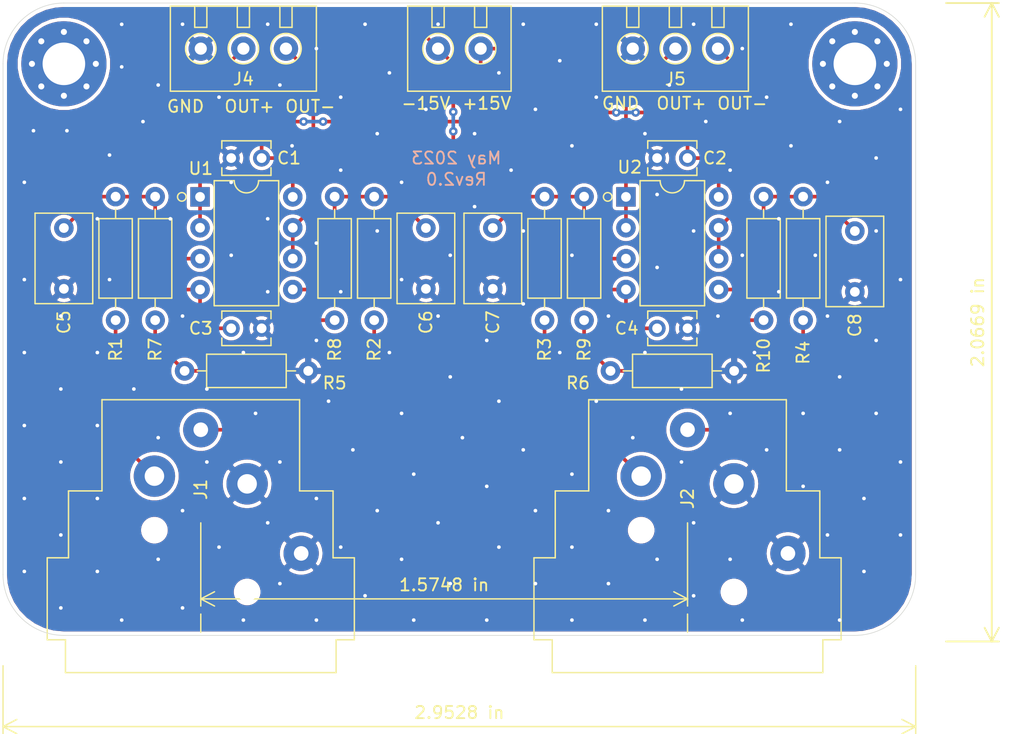
<source format=kicad_pcb>
(kicad_pcb (version 20171130) (host pcbnew "(5.1.6-0)")
  (layers (0 F.Cu signal) (31 B.Cu signal) (34 B.Paste user) (35 F.Paste user) (36 B.SilkS user) (37 F.SilkS user) (38 B.Mask user) (39 F.Mask user) (44 Edge.Cuts user))
  (net 0 "")
  (net 1 GND)
  (net 2 +15V)
  (net 3 -15V)
  (net 4 "Net-(C5-Pad1)")
  (net 5 "Net-(C6-Pad2)")
  (net 6 "Net-(C7-Pad1)")
  (net 7 "Net-(C8-Pad2)")
  (net 8 "Net-(J4-Pad2)")
  (net 9 "Net-(J5-Pad2)")
  (net 10 "Net-(R5-Pad1)")
  (net 11 "Net-(R10-Pad1)")
  (net 12 "Net-(J4-Pad1)")
  (net 13 "Net-(J5-Pad1)")
  (net 14 "Net-(J1-Pad3)")
  (net 15 "Net-(J1-Pad2)")
  (net 16 "Net-(J2-Pad3)")
  (net 17 "Net-(J2-Pad2)")
  (module "local_footprint_lib:TerminalBlock_ Amphenol_01_02_P3.50mm" (layer F.Cu) (at 122.5 106.25 180)
    (fp_text reference J3)
    (fp_text value POWER)
    (pad 2 thru_hole circle (at 1.75 0 180) (size 2 2) (drill 1) (layers *.Cu *.Mask) (net 3 -15V))
    (pad 1 thru_hole circle (at -1.75 0 180) (size 2 2) (drill 1) (layers *.Cu *.Mask) (net 2 +15V))
  )
  (module local_footprint_lib:DIP-8_W7.62mm_centered (layer F.Cu) (at 140 122.25)
    (fp_text reference U2 (at -3.5 -6.25) (layer F.SilkS))
    (fp_text value LM4562)
    (pad 8 thru_hole oval (at 3.81 -3.81) (size 1.6 1.6) (drill 0.8) (layers *.Cu *.Mask) (net 2 +15V))
    (pad 4 thru_hole oval (at -3.81 3.81) (size 1.6 1.6) (drill 0.8) (layers *.Cu *.Mask) (net 3 -15V))
    (pad 7 thru_hole oval (at 3.81 -1.27) (size 1.6 1.6) (drill 0.8) (layers *.Cu *.Mask) (net 13 "Net-(J5-Pad1)"))
    (pad 3 thru_hole oval (at -3.81 1.27) (size 1.6 1.6) (drill 0.8) (layers *.Cu *.Mask) (net 6 "Net-(C7-Pad1)"))
    (pad 6 thru_hole oval (at 3.81 1.27) (size 1.6 1.6) (drill 0.8) (layers *.Cu *.Mask) (net 13 "Net-(J5-Pad1)"))
    (pad 2 thru_hole oval (at -3.81 -1.27) (size 1.6 1.6) (drill 0.8) (layers *.Cu *.Mask) (net 9 "Net-(J5-Pad2)"))
    (pad 5 thru_hole oval (at 3.81 3.81) (size 1.6 1.6) (drill 0.8) (layers *.Cu *.Mask) (net 7 "Net-(C8-Pad2)"))
    (pad 1 thru_hole rect (at -3.81 -3.81) (size 1.6 1.6) (drill 0.8) (layers *.Cu *.Mask) (net 9 "Net-(J5-Pad2)"))
  )
  (module Capacitor_THT:C_Rect_L7.2mm_W4.5mm_P5.00mm_FKS2_FKP2_MKS2_MKP2 (layer F.Cu) (at 155 126.25 90)
    (fp_text reference C8 (at -2.75 0 90) (layer F.SilkS))
    (fp_text value 220p)
    (pad 2 thru_hole circle (at 5 0 90) (size 1.6 1.6) (drill 0.8) (layers *.Cu *.Mask) (net 7 "Net-(C8-Pad2)"))
    (pad 1 thru_hole circle (at 0 0 90) (size 1.6 1.6) (drill 0.8) (layers *.Cu *.Mask) (net 1 GND))
  )
  (module Capacitor_THT:C_Rect_L7.2mm_W4.5mm_P5.00mm_FKS2_FKP2_MKS2_MKP2 (layer F.Cu) (at 125.25 121 270)
    (fp_text reference C7 (at 7.75 0 90) (layer F.SilkS))
    (fp_text value 220p)
    (pad 2 thru_hole circle (at 5 0 270) (size 1.6 1.6) (drill 0.8) (layers *.Cu *.Mask) (net 1 GND))
    (pad 1 thru_hole circle (at 0 0 270) (size 1.6 1.6) (drill 0.8) (layers *.Cu *.Mask) (net 6 "Net-(C7-Pad1)"))
  )
  (module Capacitor_THT:C_Rect_L7.2mm_W4.5mm_P5.00mm_FKS2_FKP2_MKS2_MKP2 (layer F.Cu) (at 119.75 126 90)
    (fp_text reference C6 (at -2.75 0 90) (layer F.SilkS))
    (fp_text value 220p)
    (pad 2 thru_hole circle (at 5 0 90) (size 1.6 1.6) (drill 0.8) (layers *.Cu *.Mask) (net 5 "Net-(C6-Pad2)"))
    (pad 1 thru_hole circle (at 0 0 90) (size 1.6 1.6) (drill 0.8) (layers *.Cu *.Mask) (net 1 GND))
  )
  (module Capacitor_THT:C_Rect_L7.2mm_W4.5mm_P5.00mm_FKS2_FKP2_MKS2_MKP2 (layer F.Cu) (at 90 121 270)
    (fp_text reference C5 (at 7.75 0 90) (layer F.SilkS))
    (fp_text value 220p)
    (pad 2 thru_hole circle (at 5 0 270) (size 1.6 1.6) (drill 0.8) (layers *.Cu *.Mask) (net 1 GND))
    (pad 1 thru_hole circle (at 0 0 270) (size 1.6 1.6) (drill 0.8) (layers *.Cu *.Mask) (net 4 "Net-(C5-Pad1)"))
  )
  (module local_footprint_lib:R_Axial_DIN0207_L6.3mm_D2.5mm_P10.16mm_Horizontal_centered (layer F.Cu) (at 140 132.75)
    (fp_text reference R6 (at -7.75 1) (layer F.SilkS))
    (fp_text value 2M2)
    (pad 2 thru_hole oval (at 5.08 0) (size 1.6 1.6) (drill 0.8) (layers *.Cu *.Mask) (net 1 GND))
    (pad 1 thru_hole circle (at -5.08 0) (size 1.6 1.6) (drill 0.8) (layers *.Cu *.Mask) (net 11 "Net-(R10-Pad1)"))
  )
  (module MountingHole:MountingHole_3.5mm_Pad_Via (layer F.Cu) (at 155 107.5)
    (fp_text reference H2)
    (fp_text value MountingHole)
    (pad 1 thru_hole circle (at 1.856155 -1.856155) (size 0.8 0.8) (drill 0.5) (layers *.Cu *.Mask))
    (pad 1 thru_hole circle (at 0 -2.625) (size 0.8 0.8) (drill 0.5) (layers *.Cu *.Mask))
    (pad 1 thru_hole circle (at -1.856155 -1.856155) (size 0.8 0.8) (drill 0.5) (layers *.Cu *.Mask))
    (pad 1 thru_hole circle (at -2.625 0) (size 0.8 0.8) (drill 0.5) (layers *.Cu *.Mask))
    (pad 1 thru_hole circle (at -1.856155 1.856155) (size 0.8 0.8) (drill 0.5) (layers *.Cu *.Mask))
    (pad 1 thru_hole circle (at 0 2.625) (size 0.8 0.8) (drill 0.5) (layers *.Cu *.Mask))
    (pad 1 thru_hole circle (at 1.856155 1.856155) (size 0.8 0.8) (drill 0.5) (layers *.Cu *.Mask))
    (pad 1 thru_hole circle (at 2.625 0) (size 0.8 0.8) (drill 0.5) (layers *.Cu *.Mask))
    (pad 1 thru_hole circle (at 0 0) (size 7 7) (drill 3.5) (layers *.Cu *.Mask))
  )
  (module MountingHole:MountingHole_3.5mm_Pad_Via (layer F.Cu) (at 90 107.5)
    (fp_text reference H1)
    (fp_text value MountingHole)
    (pad 1 thru_hole circle (at 1.856155 -1.856155) (size 0.8 0.8) (drill 0.5) (layers *.Cu *.Mask))
    (pad 1 thru_hole circle (at 0 -2.625) (size 0.8 0.8) (drill 0.5) (layers *.Cu *.Mask))
    (pad 1 thru_hole circle (at -1.856155 -1.856155) (size 0.8 0.8) (drill 0.5) (layers *.Cu *.Mask))
    (pad 1 thru_hole circle (at -2.625 0) (size 0.8 0.8) (drill 0.5) (layers *.Cu *.Mask))
    (pad 1 thru_hole circle (at -1.856155 1.856155) (size 0.8 0.8) (drill 0.5) (layers *.Cu *.Mask))
    (pad 1 thru_hole circle (at 0 2.625) (size 0.8 0.8) (drill 0.5) (layers *.Cu *.Mask))
    (pad 1 thru_hole circle (at 1.856155 1.856155) (size 0.8 0.8) (drill 0.5) (layers *.Cu *.Mask))
    (pad 1 thru_hole circle (at 2.625 0) (size 0.8 0.8) (drill 0.5) (layers *.Cu *.Mask))
    (pad 1 thru_hole circle (at 0 0) (size 7 7) (drill 3.5) (layers *.Cu *.Mask))
  )
  (module local_footprint_lib:DIP-8_W7.62mm_centered (layer F.Cu) (at 105 122.25)
    (fp_text reference U1 (at -3.75 -6.14) (layer F.SilkS))
    (fp_text value LM4562)
    (pad 8 thru_hole oval (at 3.81 -3.81) (size 1.6 1.6) (drill 0.8) (layers *.Cu *.Mask) (net 2 +15V))
    (pad 4 thru_hole oval (at -3.81 3.81) (size 1.6 1.6) (drill 0.8) (layers *.Cu *.Mask) (net 3 -15V))
    (pad 7 thru_hole oval (at 3.81 -1.27) (size 1.6 1.6) (drill 0.8) (layers *.Cu *.Mask) (net 12 "Net-(J4-Pad1)"))
    (pad 3 thru_hole oval (at -3.81 1.27) (size 1.6 1.6) (drill 0.8) (layers *.Cu *.Mask) (net 4 "Net-(C5-Pad1)"))
    (pad 6 thru_hole oval (at 3.81 1.27) (size 1.6 1.6) (drill 0.8) (layers *.Cu *.Mask) (net 12 "Net-(J4-Pad1)"))
    (pad 2 thru_hole oval (at -3.81 -1.27) (size 1.6 1.6) (drill 0.8) (layers *.Cu *.Mask) (net 8 "Net-(J4-Pad2)"))
    (pad 5 thru_hole oval (at 3.81 3.81) (size 1.6 1.6) (drill 0.8) (layers *.Cu *.Mask) (net 5 "Net-(C6-Pad2)"))
    (pad 1 thru_hole rect (at -3.81 -3.81) (size 1.6 1.6) (drill 0.8) (layers *.Cu *.Mask) (net 8 "Net-(J4-Pad2)"))
  )
  (module local_footprint_lib:R_Axial_DIN0207_L6.3mm_D2.5mm_P10.16mm_Horizontal_centered (layer F.Cu) (at 147.5 123.5 90)
    (fp_text reference R10 (at -8 0 90) (layer F.SilkS))
    (fp_text value 47K)
    (pad 2 thru_hole oval (at 5.08 0 90) (size 1.6 1.6) (drill 0.8) (layers *.Cu *.Mask) (net 7 "Net-(C8-Pad2)"))
    (pad 1 thru_hole circle (at -5.08 0 90) (size 1.6 1.6) (drill 0.8) (layers *.Cu *.Mask) (net 11 "Net-(R10-Pad1)"))
  )
  (module local_footprint_lib:R_Axial_DIN0207_L6.3mm_D2.5mm_P10.16mm_Horizontal_centered (layer F.Cu) (at 132.75 123.5 270)
    (fp_text reference R9 (at 7.5 0 90) (layer F.SilkS))
    (fp_text value 47K)
    (pad 2 thru_hole oval (at 5.08 0 270) (size 1.6 1.6) (drill 0.8) (layers *.Cu *.Mask) (net 11 "Net-(R10-Pad1)"))
    (pad 1 thru_hole circle (at -5.08 0 270) (size 1.6 1.6) (drill 0.8) (layers *.Cu *.Mask) (net 6 "Net-(C7-Pad1)"))
  )
  (module local_footprint_lib:R_Axial_DIN0207_L6.3mm_D2.5mm_P10.16mm_Horizontal_centered (layer F.Cu) (at 112.25 123.5 90)
    (fp_text reference R8 (at -7.5 0 90) (layer F.SilkS))
    (fp_text value 47K)
    (pad 2 thru_hole oval (at 5.08 0 90) (size 1.6 1.6) (drill 0.8) (layers *.Cu *.Mask) (net 5 "Net-(C6-Pad2)"))
    (pad 1 thru_hole circle (at -5.08 0 90) (size 1.6 1.6) (drill 0.8) (layers *.Cu *.Mask) (net 10 "Net-(R5-Pad1)"))
  )
  (module local_footprint_lib:R_Axial_DIN0207_L6.3mm_D2.5mm_P10.16mm_Horizontal_centered (layer F.Cu) (at 97.5 123.5 270)
    (fp_text reference R7 (at 7.5 0 90) (layer F.SilkS))
    (fp_text value 47K)
    (pad 2 thru_hole oval (at 5.08 0 270) (size 1.6 1.6) (drill 0.8) (layers *.Cu *.Mask) (net 10 "Net-(R5-Pad1)"))
    (pad 1 thru_hole circle (at -5.08 0 270) (size 1.6 1.6) (drill 0.8) (layers *.Cu *.Mask) (net 4 "Net-(C5-Pad1)"))
  )
  (module local_footprint_lib:R_Axial_DIN0207_L6.3mm_D2.5mm_P10.16mm_Horizontal_centered (layer F.Cu) (at 105 132.75)
    (fp_text reference R5 (at 7.25 1) (layer F.SilkS))
    (fp_text value 2M2)
    (pad 2 thru_hole oval (at 5.08 0) (size 1.6 1.6) (drill 0.8) (layers *.Cu *.Mask) (net 1 GND))
    (pad 1 thru_hole circle (at -5.08 0) (size 1.6 1.6) (drill 0.8) (layers *.Cu *.Mask) (net 10 "Net-(R5-Pad1)"))
  )
  (module local_footprint_lib:R_Axial_DIN0207_L6.3mm_D2.5mm_P10.16mm_Horizontal_centered (layer F.Cu) (at 150.75 123.5 270)
    (fp_text reference R4 (at 7.75 0 90) (layer F.SilkS))
    (fp_text value 100R)
    (pad 2 thru_hole oval (at 5.08 0 270) (size 1.6 1.6) (drill 0.8) (layers *.Cu *.Mask) (net 16 "Net-(J2-Pad3)"))
    (pad 1 thru_hole circle (at -5.08 0 270) (size 1.6 1.6) (drill 0.8) (layers *.Cu *.Mask) (net 7 "Net-(C8-Pad2)"))
  )
  (module local_footprint_lib:R_Axial_DIN0207_L6.3mm_D2.5mm_P10.16mm_Horizontal_centered (layer F.Cu) (at 129.5 123.5 270)
    (fp_text reference R3 (at 7.5 0 90) (layer F.SilkS))
    (fp_text value 100R)
    (pad 2 thru_hole oval (at 5.08 0 270) (size 1.6 1.6) (drill 0.8) (layers *.Cu *.Mask) (net 17 "Net-(J2-Pad2)"))
    (pad 1 thru_hole circle (at -5.08 0 270) (size 1.6 1.6) (drill 0.8) (layers *.Cu *.Mask) (net 6 "Net-(C7-Pad1)"))
  )
  (module local_footprint_lib:R_Axial_DIN0207_L6.3mm_D2.5mm_P10.16mm_Horizontal_centered (layer F.Cu) (at 115.5 123.5 270)
    (fp_text reference R2 (at 7.5 0 90) (layer F.SilkS))
    (fp_text value 100R)
    (pad 2 thru_hole oval (at 5.08 0 270) (size 1.6 1.6) (drill 0.8) (layers *.Cu *.Mask) (net 14 "Net-(J1-Pad3)"))
    (pad 1 thru_hole circle (at -5.08 0 270) (size 1.6 1.6) (drill 0.8) (layers *.Cu *.Mask) (net 5 "Net-(C6-Pad2)"))
  )
  (module local_footprint_lib:R_Axial_DIN0207_L6.3mm_D2.5mm_P10.16mm_Horizontal_centered (layer F.Cu) (at 94.25 123.5 270)
    (fp_text reference R1 (at 7.5 0 90) (layer F.SilkS))
    (fp_text value 100R)
    (pad 2 thru_hole oval (at 5.08 0 270) (size 1.6 1.6) (drill 0.8) (layers *.Cu *.Mask) (net 15 "Net-(J1-Pad2)"))
    (pad 1 thru_hole circle (at -5.08 0 270) (size 1.6 1.6) (drill 0.8) (layers *.Cu *.Mask) (net 4 "Net-(C5-Pad1)"))
  )
  (module local_footprint_lib:Jack_XLR_Neutrik_NC3FAAH2_Horizontal_centered (layer F.Cu) (at 141.25 157.5 270)
    (fp_text reference J2 (at -14.25 0 90) (layer F.SilkS))
    (fp_text value CH2_XLR)
    (pad G thru_hole circle (at -9.74 -8.25 270) (size 2.9 2.9) (drill 1.2) (layers *.Cu *.Mask) (net 1 GND))
    (pad "" np_thru_hole circle (at -11.65 3.81 270) (size 1.6 1.6) (drill 1.6) (layers *.Cu *.Mask))
    (pad "" np_thru_hole circle (at -6.57 -3.81 270) (size 1.6 1.6) (drill 1.6) (layers *.Cu *.Mask))
    (pad 3 thru_hole circle (at -19.91 0 270) (size 2.9 2.9) (drill 1.2) (layers *.Cu *.Mask) (net 16 "Net-(J2-Pad3)"))
    (pad 2 thru_hole circle (at -16.095 3.81 270) (size 3.4 3.4) (drill 1.6) (layers *.Cu *.Mask) (net 17 "Net-(J2-Pad2)"))
    (pad 1 thru_hole circle (at -15.46 -3.81 270) (size 3.4 3.4) (drill 1.6) (layers *.Cu *.Mask) (net 1 GND))
  )
  (module local_footprint_lib:Jack_XLR_Neutrik_NC3FAAH2_Horizontal_centered (layer F.Cu) (at 101.25 157.5 270)
    (fp_text reference J1 (at -15 0 90) (layer F.SilkS))
    (fp_text value CH1_XLR)
    (pad G thru_hole circle (at -9.74 -8.25 270) (size 2.9 2.9) (drill 1.2) (layers *.Cu *.Mask) (net 1 GND))
    (pad "" np_thru_hole circle (at -11.65 3.81 270) (size 1.6 1.6) (drill 1.6) (layers *.Cu *.Mask))
    (pad "" np_thru_hole circle (at -6.57 -3.81 270) (size 1.6 1.6) (drill 1.6) (layers *.Cu *.Mask))
    (pad 3 thru_hole circle (at -19.91 0 270) (size 2.9 2.9) (drill 1.2) (layers *.Cu *.Mask) (net 14 "Net-(J1-Pad3)"))
    (pad 2 thru_hole circle (at -16.095 3.81 270) (size 3.4 3.4) (drill 1.6) (layers *.Cu *.Mask) (net 15 "Net-(J1-Pad2)"))
    (pad 1 thru_hole circle (at -15.46 -3.81 270) (size 3.4 3.4) (drill 1.6) (layers *.Cu *.Mask) (net 1 GND))
  )
  (module local_footprint_lib:C_Disc_D3.8mm_W2.6mm_P2.50mm_centered (layer F.Cu) (at 140 129.25 180)
    (fp_text reference C4 (at 3.75 0) (layer F.SilkS))
    (fp_text value 100n)
    (pad 2 thru_hole circle (at 1.25 0 180) (size 1.4 1.4) (drill 0.8) (layers *.Cu *.Mask) (net 3 -15V))
    (pad 1 thru_hole circle (at -1.25 0 180) (size 1.4 1.4) (drill 0.8) (layers *.Cu *.Mask) (net 1 GND))
  )
  (module local_footprint_lib:C_Disc_D3.8mm_W2.6mm_P2.50mm_centered (layer F.Cu) (at 105 129.25 180)
    (fp_text reference C3 (at 3.75 0) (layer F.SilkS))
    (fp_text value 100n)
    (pad 2 thru_hole circle (at 1.25 0 180) (size 1.4 1.4) (drill 0.8) (layers *.Cu *.Mask) (net 3 -15V))
    (pad 1 thru_hole circle (at -1.25 0 180) (size 1.4 1.4) (drill 0.8) (layers *.Cu *.Mask) (net 1 GND))
  )
  (module local_footprint_lib:C_Disc_D3.8mm_W2.6mm_P2.50mm_centered (layer F.Cu) (at 140 115.25 180)
    (fp_text reference C2 (at -3.5 0) (layer F.SilkS))
    (fp_text value 100n)
    (pad 2 thru_hole circle (at 1.25 0 180) (size 1.4 1.4) (drill 0.8) (layers *.Cu *.Mask) (net 1 GND))
    (pad 1 thru_hole circle (at -1.25 0 180) (size 1.4 1.4) (drill 0.8) (layers *.Cu *.Mask) (net 2 +15V))
  )
  (module local_footprint_lib:C_Disc_D3.8mm_W2.6mm_P2.50mm_centered (layer F.Cu) (at 105 115.25 180)
    (fp_text reference C1 (at -3.5 0) (layer F.SilkS))
    (fp_text value 100n)
    (pad 2 thru_hole circle (at 1.25 0 180) (size 1.4 1.4) (drill 0.8) (layers *.Cu *.Mask) (net 1 GND))
    (pad 1 thru_hole circle (at -1.25 0 180) (size 1.4 1.4) (drill 0.8) (layers *.Cu *.Mask) (net 2 +15V))
  )
  (module "local_footprint_lib:TerminalBlock_ Amphenol_01_03_P3.50mm" (layer F.Cu) (at 140.25 106.25 180)
    (fp_text reference J5 (at 0 -2.5) (layer F.SilkS))
    (fp_text value CH2_OUT)
    (pad 3 thru_hole circle (at 3.5 0 180) (size 2 2) (drill 1) (layers *.Cu *.Mask) (net 1 GND))
    (pad 2 thru_hole circle (at 0 0 180) (size 2 2) (drill 1) (layers *.Cu *.Mask) (net 9 "Net-(J5-Pad2)"))
    (pad 1 thru_hole circle (at -3.5 0 180) (size 2 2) (drill 1) (layers *.Cu *.Mask) (net 13 "Net-(J5-Pad1)"))
  )
  (module "local_footprint_lib:TerminalBlock_ Amphenol_01_03_P3.50mm" (layer F.Cu) (at 104.75 106.25 180)
    (fp_text reference J4 (at 0 -2.5) (layer F.SilkS))
    (fp_text value CH1_OUT)
    (pad 3 thru_hole circle (at 3.5 0 180) (size 2 2) (drill 1) (layers *.Cu *.Mask) (net 1 GND))
    (pad 2 thru_hole circle (at 0 0 180) (size 2 2) (drill 1) (layers *.Cu *.Mask) (net 8 "Net-(J4-Pad2)"))
    (pad 1 thru_hole circle (at -3.5 0 180) (size 2 2) (drill 1) (layers *.Cu *.Mask) (net 12 "Net-(J4-Pad1)"))
  )
  (dimension 52.5 (width 0.15) (layer F.SilkS) (gr_text "52.500 mm" (at 167.55 128.75 270) (layer F.SilkS) (effects (font (size 1 1) (thickness 0.15)))) (feature1 (pts (xy 162.5 155) (xy 166.836421 155))) (feature2 (pts (xy 162.5 102.5) (xy 166.836421 102.5))) (crossbar (pts (xy 166.25 102.5) (xy 166.25 155))) (arrow1a (pts (xy 166.25 155) (xy 165.663579 153.873496))) (arrow1b (pts (xy 166.25 155) (xy 166.836421 153.873496))) (arrow2a (pts (xy 166.25 102.5) (xy 165.663579 103.626504))) (arrow2b (pts (xy 166.25 102.5) (xy 166.836421 103.626504))))
  (gr_line (start 101.25 152.75) (end 101.25 154.25) (layer F.SilkS) (width 0.12))
  (dimension 75 (width 0.12) (layer F.SilkS) (gr_text "75.000 mm" (at 122.5 163.27) (layer F.SilkS) (effects (font (size 1 1) (thickness 0.15)))) (feature1 (pts (xy 160 157) (xy 160 162.586421))) (feature2 (pts (xy 85 157) (xy 85 162.586421))) (crossbar (pts (xy 85 162) (xy 160 162))) (arrow1a (pts (xy 160 162) (xy 158.873496 162.586421))) (arrow1b (pts (xy 160 162) (xy 158.873496 161.413579))) (arrow2a (pts (xy 85 162) (xy 86.126504 162.586421))) (arrow2b (pts (xy 85 162) (xy 86.126504 161.413579))))
  (dimension 40 (width 0.12) (layer F.SilkS) (gr_text "40.000 mm" (at 121.25 152.77) (layer F.SilkS) (effects (font (size 1 1) (thickness 0.15)))) (feature1 (pts (xy 141.25 145.25) (xy 141.25 152.086421))) (feature2 (pts (xy 101.25 145.25) (xy 101.25 152.086421))) (crossbar (pts (xy 101.25 151.5) (xy 141.25 151.5))) (arrow1a (pts (xy 141.25 151.5) (xy 140.123496 152.086421))) (arrow1b (pts (xy 141.25 151.5) (xy 140.123496 150.913579))) (arrow2a (pts (xy 101.25 151.5) (xy 102.376504 152.086421))) (arrow2b (pts (xy 101.25 151.5) (xy 102.376504 150.913579))))
  (gr_line (start 141.25 152.75) (end 141.25 154.25) (layer F.SilkS) (width 0.12))
  (gr_text Rev2.0 (at 122.25 117) (layer B.SilkS) (effects (font (size 1 1)) (justify mirror)))
  (gr_text "May 2023" (at 122.25 115.25) (layer B.SilkS) (effects (font (size 1 1)) (justify mirror)))
  (gr_text -15V (at 119.75 110.75) (layer F.SilkS) (effects (font (size 1 1))))
  (gr_text +15V (at 124.75 110.75) (layer F.SilkS) (effects (font (size 1 1))))
  (gr_text "OUT-\n" (at 110.25 111) (layer F.SilkS) (effects (font (size 1 1))))
  (gr_text "OUT-\n" (at 145.75 110.75) (layer F.SilkS) (effects (font (size 1 1))))
  (gr_text OUT+ (at 140.75 110.75) (layer F.SilkS) (effects (font (size 1 1))))
  (gr_text OUT+ (at 105.25 111) (layer F.SilkS) (effects (font (size 1 1))))
  (gr_text GND (at 135.75 110.75) (layer F.SilkS) (effects (font (size 1 1))))
  (gr_text GND (at 100 111) (layer F.SilkS) (effects (font (size 1 1))))
  (gr_arc (start 155 149.5) (end 155 154.5) (angle -90) (layer Edge.Cuts) (width 0.05))
  (gr_arc (start 90 149.5) (end 85 149.5) (angle -90) (layer Edge.Cuts) (width 0.05))
  (gr_arc (start 90 107.5) (end 90 102.5) (angle -90) (layer Edge.Cuts) (width 0.05))
  (gr_arc (start 155 107.5) (end 160 107.5) (angle -90) (layer Edge.Cuts) (width 0.05))
  (gr_line (start 85 149.5) (end 85 107.5) (layer Edge.Cuts) (width 0.05))
  (gr_line (start 155 102.5) (end 90 102.5) (layer Edge.Cuts) (width 0.05))
  (gr_line (start 160 149.5) (end 160 107.5) (layer Edge.Cuts) (width 0.05))
  (gr_line (start 90 154.5) (end 155 154.5) (layer Edge.Cuts) (width 0.05))
  (via (at 87.5 113) (size 0.7) (drill 0.3) (layers F.Cu B.Cu) (net 1))
  (via (at 90.25 113) (size 0.7) (drill 0.3) (layers F.Cu B.Cu) (net 1))
  (via (at 94.75 107.75) (size 0.7) (drill 0.3) (layers F.Cu B.Cu) (net 1))
  (via (at 94.75 104.25) (size 0.7) (drill 0.3) (layers F.Cu B.Cu) (net 1))
  (via (at 96.5 112.25) (size 0.7) (drill 0.3) (layers F.Cu B.Cu) (net 1))
  (via (at 93.75 115) (size 0.7) (drill 0.3) (layers F.Cu B.Cu) (net 1))
  (via (at 86.75 117.2425) (size 0.7) (drill 0.3) (layers F.Cu B.Cu) (net 1))
  (via (at 86.75 125.2425) (size 0.7) (drill 0.3) (layers F.Cu B.Cu) (net 1))
  (via (at 86.75 131.2425) (size 0.7) (drill 0.3) (layers F.Cu B.Cu) (net 1))
  (via (at 86.75 137.2425) (size 0.7) (drill 0.3) (layers F.Cu B.Cu) (net 1))
  (via (at 86.75 143.2425) (size 0.7) (drill 0.3) (layers F.Cu B.Cu) (net 1))
  (via (at 86.75 149.2425) (size 0.7) (drill 0.3) (layers F.Cu B.Cu) (net 1))
  (via (at 89.75 128.2425) (size 0.7) (drill 0.3) (layers F.Cu B.Cu) (net 1))
  (via (at 89.75 134.2425) (size 0.7) (drill 0.3) (layers F.Cu B.Cu) (net 1))
  (via (at 89.75 140.2425) (size 0.7) (drill 0.3) (layers F.Cu B.Cu) (net 1))
  (via (at 89.75 146.2425) (size 0.7) (drill 0.3) (layers F.Cu B.Cu) (net 1))
  (via (at 89.75 152.2425) (size 0.7) (drill 0.3) (layers F.Cu B.Cu) (net 1))
  (via (at 92.75 120.2425) (size 0.7) (drill 0.3) (layers F.Cu B.Cu) (net 1))
  (via (at 92.75 131.2425) (size 0.7) (drill 0.3) (layers F.Cu B.Cu) (net 1))
  (via (at 92.75 137.2425) (size 0.7) (drill 0.3) (layers F.Cu B.Cu) (net 1))
  (via (at 92.75 143.2425) (size 0.7) (drill 0.3) (layers F.Cu B.Cu) (net 1))
  (via (at 92.75 149.2425) (size 0.7) (drill 0.3) (layers F.Cu B.Cu) (net 1))
  (via (at 93.75 125.2425) (size 0.7) (drill 0.3) (layers F.Cu B.Cu) (net 1))
  (via (at 94.75 153.2425) (size 0.7) (drill 0.3) (layers F.Cu B.Cu) (net 1))
  (via (at 95.75 134.2425) (size 0.7) (drill 0.3) (layers F.Cu B.Cu) (net 1))
  (via (at 97.75 109.2425) (size 0.7) (drill 0.3) (layers F.Cu B.Cu) (net 1))
  (via (at 97.75 138.2425) (size 0.7) (drill 0.3) (layers F.Cu B.Cu) (net 1))
  (via (at 97.75 148.2425) (size 0.7) (drill 0.3) (layers F.Cu B.Cu) (net 1))
  (via (at 98.75 120.2425) (size 0.7) (drill 0.3) (layers F.Cu B.Cu) (net 1))
  (via (at 99.75 104.2425) (size 0.7) (drill 0.3) (layers F.Cu B.Cu) (net 1))
  (via (at 99.75 128.2425) (size 0.7) (drill 0.3) (layers F.Cu B.Cu) (net 1))
  (via (at 99.75 144.2425) (size 0.7) (drill 0.3) (layers F.Cu B.Cu) (net 1))
  (via (at 99.75 152.2425) (size 0.7) (drill 0.3) (layers F.Cu B.Cu) (net 1))
  (via (at 101.75 134.2425) (size 0.7) (drill 0.3) (layers F.Cu B.Cu) (net 1))
  (via (at 101.75 140.2425) (size 0.7) (drill 0.3) (layers F.Cu B.Cu) (net 1))
  (via (at 102.75 110.2425) (size 0.7) (drill 0.3) (layers F.Cu B.Cu) (net 1))
  (via (at 102.75 147.2425) (size 0.7) (drill 0.3) (layers F.Cu B.Cu) (net 1))
  (via (at 103.75 117.2425) (size 0.7) (drill 0.3) (layers F.Cu B.Cu) (net 1))
  (via (at 103.75 123.2425) (size 0.7) (drill 0.3) (layers F.Cu B.Cu) (net 1))
  (via (at 104.75 131.2425) (size 0.7) (drill 0.3) (layers F.Cu B.Cu) (net 1))
  (via (at 104.75 153.2425) (size 0.7) (drill 0.3) (layers F.Cu B.Cu) (net 1))
  (via (at 105.75 136.2425) (size 0.7) (drill 0.3) (layers F.Cu B.Cu) (net 1))
  (via (at 106.75 104.2425) (size 0.7) (drill 0.3) (layers F.Cu B.Cu) (net 1))
  (via (at 106.75 120.2425) (size 0.7) (drill 0.3) (layers F.Cu B.Cu) (net 1))
  (via (at 106.75 126.2425) (size 0.7) (drill 0.3) (layers F.Cu B.Cu) (net 1))
  (via (at 106.75 145.2425) (size 0.7) (drill 0.3) (layers F.Cu B.Cu) (net 1))
  (via (at 107.75 109.2425) (size 0.7) (drill 0.3) (layers F.Cu B.Cu) (net 1))
  (via (at 107.75 140.2425) (size 0.7) (drill 0.3) (layers F.Cu B.Cu) (net 1))
  (via (at 107.75 150.2425) (size 0.7) (drill 0.3) (layers F.Cu B.Cu) (net 1))
  (via (at 108.75 114.2425) (size 0.7) (drill 0.3) (layers F.Cu B.Cu) (net 1))
  (via (at 110.75 106.2425) (size 0.7) (drill 0.3) (layers F.Cu B.Cu) (net 1))
  (via (at 110.75 122.2425) (size 0.7) (drill 0.3) (layers F.Cu B.Cu) (net 1))
  (via (at 110.75 130.2425) (size 0.7) (drill 0.3) (layers F.Cu B.Cu) (net 1))
  (via (at 110.75 143.2425) (size 0.7) (drill 0.3) (layers F.Cu B.Cu) (net 1))
  (via (at 110.75 153.2425) (size 0.7) (drill 0.3) (layers F.Cu B.Cu) (net 1))
  (via (at 111.75 135.2425) (size 0.7) (drill 0.3) (layers F.Cu B.Cu) (net 1))
  (via (at 112.75 110.2425) (size 0.7) (drill 0.3) (layers F.Cu B.Cu) (net 1))
  (via (at 112.75 116.2425) (size 0.7) (drill 0.3) (layers F.Cu B.Cu) (net 1))
  (via (at 112.75 126.2425) (size 0.7) (drill 0.3) (layers F.Cu B.Cu) (net 1))
  (via (at 112.75 147.2425) (size 0.7) (drill 0.3) (layers F.Cu B.Cu) (net 1))
  (via (at 113.75 139.2425) (size 0.7) (drill 0.3) (layers F.Cu B.Cu) (net 1))
  (via (at 114.75 104.2425) (size 0.7) (drill 0.3) (layers F.Cu B.Cu) (net 1))
  (via (at 114.75 151.2425) (size 0.7) (drill 0.3) (layers F.Cu B.Cu) (net 1))
  (via (at 115.75 113.2425) (size 0.7) (drill 0.3) (layers F.Cu B.Cu) (net 1))
  (via (at 115.75 121.2425) (size 0.7) (drill 0.3) (layers F.Cu B.Cu) (net 1))
  (via (at 115.75 144.2425) (size 0.7) (drill 0.3) (layers F.Cu B.Cu) (net 1))
  (via (at 116.75 108.2425) (size 0.7) (drill 0.3) (layers F.Cu B.Cu) (net 1))
  (via (at 116.75 131.2425) (size 0.7) (drill 0.3) (layers F.Cu B.Cu) (net 1))
  (via (at 117.75 117.2425) (size 0.7) (drill 0.3) (layers F.Cu B.Cu) (net 1))
  (via (at 117.75 125.2425) (size 0.7) (drill 0.3) (layers F.Cu B.Cu) (net 1))
  (via (at 117.75 136.2425) (size 0.7) (drill 0.3) (layers F.Cu B.Cu) (net 1))
  (via (at 117.75 148.2425) (size 0.7) (drill 0.3) (layers F.Cu B.Cu) (net 1))
  (via (at 118.75 141.2425) (size 0.7) (drill 0.3) (layers F.Cu B.Cu) (net 1))
  (via (at 118.75 153.2425) (size 0.7) (drill 0.3) (layers F.Cu B.Cu) (net 1))
  (via (at 119.75 111.2425) (size 0.7) (drill 0.3) (layers F.Cu B.Cu) (net 1))
  (via (at 120.75 104.2425) (size 0.7) (drill 0.3) (layers F.Cu B.Cu) (net 1))
  (via (at 120.75 128.2425) (size 0.7) (drill 0.3) (layers F.Cu B.Cu) (net 1))
  (via (at 120.75 145.2425) (size 0.7) (drill 0.3) (layers F.Cu B.Cu) (net 1))
  (via (at 121.75 123.2425) (size 0.7) (drill 0.3) (layers F.Cu B.Cu) (net 1))
  (via (at 121.75 133.2425) (size 0.7) (drill 0.3) (layers F.Cu B.Cu) (net 1))
  (via (at 121.75 150.2425) (size 0.7) (drill 0.3) (layers F.Cu B.Cu) (net 1))
  (via (at 122.75 138.2425) (size 0.7) (drill 0.3) (layers F.Cu B.Cu) (net 1))
  (via (at 123.75 113.2425) (size 0.7) (drill 0.3) (layers F.Cu B.Cu) (net 1))
  (via (at 123.75 119.2425) (size 0.7) (drill 0.3) (layers F.Cu B.Cu) (net 1))
  (via (at 124.75 130.2425) (size 0.7) (drill 0.3) (layers F.Cu B.Cu) (net 1))
  (via (at 124.75 142.2425) (size 0.7) (drill 0.3) (layers F.Cu B.Cu) (net 1))
  (via (at 124.75 153.2425) (size 0.7) (drill 0.3) (layers F.Cu B.Cu) (net 1))
  (via (at 125.75 108.2425) (size 0.7) (drill 0.3) (layers F.Cu B.Cu) (net 1))
  (via (at 125.75 135.2425) (size 0.7) (drill 0.3) (layers F.Cu B.Cu) (net 1))
  (via (at 125.75 147.2425) (size 0.7) (drill 0.3) (layers F.Cu B.Cu) (net 1))
  (via (at 126.75 116.2425) (size 0.7) (drill 0.3) (layers F.Cu B.Cu) (net 1))
  (via (at 127.75 104.2425) (size 0.7) (drill 0.3) (layers F.Cu B.Cu) (net 1))
  (via (at 127.75 121.2425) (size 0.7) (drill 0.3) (layers F.Cu B.Cu) (net 1))
  (via (at 127.75 127.2425) (size 0.7) (drill 0.3) (layers F.Cu B.Cu) (net 1))
  (via (at 127.75 139.2425) (size 0.7) (drill 0.3) (layers F.Cu B.Cu) (net 1))
  (via (at 128.75 111.2425) (size 0.7) (drill 0.3) (layers F.Cu B.Cu) (net 1))
  (via (at 128.75 144.2425) (size 0.7) (drill 0.3) (layers F.Cu B.Cu) (net 1))
  (via (at 128.75 150.2425) (size 0.7) (drill 0.3) (layers F.Cu B.Cu) (net 1))
  (via (at 130.75 107.2425) (size 0.7) (drill 0.3) (layers F.Cu B.Cu) (net 1))
  (via (at 130.75 131.2425) (size 0.7) (drill 0.3) (layers F.Cu B.Cu) (net 1))
  (via (at 131.75 114.2425) (size 0.7) (drill 0.3) (layers F.Cu B.Cu) (net 1))
  (via (at 131.75 123.2425) (size 0.7) (drill 0.3) (layers F.Cu B.Cu) (net 1))
  (via (at 131.75 141.2425) (size 0.7) (drill 0.3) (layers F.Cu B.Cu) (net 1))
  (via (at 131.75 147.2425) (size 0.7) (drill 0.3) (layers F.Cu B.Cu) (net 1))
  (via (at 131.75 153.2425) (size 0.7) (drill 0.3) (layers F.Cu B.Cu) (net 1))
  (via (at 133.75 104.2425) (size 0.7) (drill 0.3) (layers F.Cu B.Cu) (net 1))
  (via (at 133.75 110.2425) (size 0.7) (drill 0.3) (layers F.Cu B.Cu) (net 1))
  (via (at 133.75 135.2425) (size 0.7) (drill 0.3) (layers F.Cu B.Cu) (net 1))
  (via (at 134.75 128.2425) (size 0.7) (drill 0.3) (layers F.Cu B.Cu) (net 1))
  (via (at 134.75 144.2425) (size 0.7) (drill 0.3) (layers F.Cu B.Cu) (net 1))
  (via (at 134.75 150.2425) (size 0.7) (drill 0.3) (layers F.Cu B.Cu) (net 1))
  (via (at 136.75 138.2425) (size 0.7) (drill 0.3) (layers F.Cu B.Cu) (net 1))
  (via (at 137.75 113.2425) (size 0.7) (drill 0.3) (layers F.Cu B.Cu) (net 1))
  (via (at 137.75 131.2425) (size 0.7) (drill 0.3) (layers F.Cu B.Cu) (net 1))
  (via (at 137.75 153.2425) (size 0.7) (drill 0.3) (layers F.Cu B.Cu) (net 1))
  (via (at 138.75 118.2425) (size 0.7) (drill 0.3) (layers F.Cu B.Cu) (net 1))
  (via (at 138.75 124.2425) (size 0.7) (drill 0.3) (layers F.Cu B.Cu) (net 1))
  (via (at 138.75 148.2425) (size 0.7) (drill 0.3) (layers F.Cu B.Cu) (net 1))
  (via (at 139.75 109.2425) (size 0.7) (drill 0.3) (layers F.Cu B.Cu) (net 1))
  (via (at 140.75 134.2425) (size 0.7) (drill 0.3) (layers F.Cu B.Cu) (net 1))
  (via (at 140.75 140.2425) (size 0.7) (drill 0.3) (layers F.Cu B.Cu) (net 1))
  (via (at 141.75 104.2425) (size 0.7) (drill 0.3) (layers F.Cu B.Cu) (net 1))
  (via (at 141.75 121.2425) (size 0.7) (drill 0.3) (layers F.Cu B.Cu) (net 1))
  (via (at 141.75 145.2425) (size 0.7) (drill 0.3) (layers F.Cu B.Cu) (net 1))
  (via (at 141.75 151.2425) (size 0.7) (drill 0.3) (layers F.Cu B.Cu) (net 1))
  (via (at 142.75 112.2425) (size 0.7) (drill 0.3) (layers F.Cu B.Cu) (net 1))
  (via (at 143.75 128.2425) (size 0.7) (drill 0.3) (layers F.Cu B.Cu) (net 1))
  (via (at 144.75 116.2425) (size 0.7) (drill 0.3) (layers F.Cu B.Cu) (net 1))
  (via (at 144.75 136.2425) (size 0.7) (drill 0.3) (layers F.Cu B.Cu) (net 1))
  (via (at 144.75 148.2425) (size 0.7) (drill 0.3) (layers F.Cu B.Cu) (net 1))
  (via (at 145.75 106.2425) (size 0.7) (drill 0.3) (layers F.Cu B.Cu) (net 1))
  (via (at 145.75 123.2425) (size 0.7) (drill 0.3) (layers F.Cu B.Cu) (net 1))
  (via (at 145.75 153.2425) (size 0.7) (drill 0.3) (layers F.Cu B.Cu) (net 1))
  (via (at 146.75 131.2425) (size 0.7) (drill 0.3) (layers F.Cu B.Cu) (net 1))
  (via (at 147.75 110.2425) (size 0.7) (drill 0.3) (layers F.Cu B.Cu) (net 1))
  (via (at 147.75 139.2425) (size 0.7) (drill 0.3) (layers F.Cu B.Cu) (net 1))
  (via (at 148.75 120.2425) (size 0.7) (drill 0.3) (layers F.Cu B.Cu) (net 1))
  (via (at 148.75 126.2425) (size 0.7) (drill 0.3) (layers F.Cu B.Cu) (net 1))
  (via (at 149.75 104.2425) (size 0.7) (drill 0.3) (layers F.Cu B.Cu) (net 1))
  (via (at 149.75 114.2425) (size 0.7) (drill 0.3) (layers F.Cu B.Cu) (net 1))
  (via (at 150.75 136.2425) (size 0.7) (drill 0.3) (layers F.Cu B.Cu) (net 1))
  (via (at 150.75 142.2425) (size 0.7) (drill 0.3) (layers F.Cu B.Cu) (net 1))
  (via (at 151.75 123.2425) (size 0.7) (drill 0.3) (layers F.Cu B.Cu) (net 1))
  (via (at 152.75 117.2425) (size 0.7) (drill 0.3) (layers F.Cu B.Cu) (net 1))
  (via (at 152.75 128.2425) (size 0.7) (drill 0.3) (layers F.Cu B.Cu) (net 1))
  (via (at 152.75 146.2425) (size 0.7) (drill 0.3) (layers F.Cu B.Cu) (net 1))
  (via (at 153.75 112.2425) (size 0.7) (drill 0.3) (layers F.Cu B.Cu) (net 1))
  (via (at 153.75 133.2425) (size 0.7) (drill 0.3) (layers F.Cu B.Cu) (net 1))
  (via (at 153.75 139.2425) (size 0.7) (drill 0.3) (layers F.Cu B.Cu) (net 1))
  (via (at 153.75 153.2425) (size 0.7) (drill 0.3) (layers F.Cu B.Cu) (net 1))
  (via (at 155.75 143.2425) (size 0.7) (drill 0.3) (layers F.Cu B.Cu) (net 1))
  (via (at 155.75 149.2425) (size 0.7) (drill 0.3) (layers F.Cu B.Cu) (net 1))
  (via (at 156.75 115.2425) (size 0.7) (drill 0.3) (layers F.Cu B.Cu) (net 1))
  (via (at 156.75 121.2425) (size 0.7) (drill 0.3) (layers F.Cu B.Cu) (net 1))
  (via (at 156.75 130.2425) (size 0.7) (drill 0.3) (layers F.Cu B.Cu) (net 1))
  (via (at 156.75 136.2425) (size 0.7) (drill 0.3) (layers F.Cu B.Cu) (net 1))
  (via (at 158.75 111.2425) (size 0.7) (drill 0.3) (layers F.Cu B.Cu) (net 1))
  (via (at 158.75 125.2425) (size 0.7) (drill 0.3) (layers F.Cu B.Cu) (net 1))
  (via (at 158.75 140.2425) (size 0.7) (drill 0.3) (layers F.Cu B.Cu) (net 1))
  (via (at 158.75 146.2425) (size 0.7) (drill 0.3) (layers F.Cu B.Cu) (net 1))
  (segment (start 108.81 118.44) (end 108.81 116.56) (width 0.3) (layer F.Cu) (net 2))
  (segment (start 107.5 115.25) (end 106.25 115.25) (width 0.3) (layer F.Cu) (net 2))
  (segment (start 108.81 116.56) (end 107.5 115.25) (width 0.3) (layer F.Cu) (net 2))
  (segment (start 106.25 115.25) (end 106.25 113.5) (width 0.3) (layer F.Cu) (net 2))
  (via (at 109.7 112.25) (size 0.7) (drill 0.3) (layers F.Cu B.Cu) (net 2))
  (segment (start 107.5 112.25) (end 109.7 112.25) (width 0.3) (layer F.Cu) (net 2))
  (segment (start 106.25 113.5) (end 107.5 112.25) (width 0.3) (layer F.Cu) (net 2))
  (via (at 111.3 112.25) (size 0.7) (drill 0.3) (layers F.Cu B.Cu) (net 2))
  (segment (start 109.7 112.25) (end 111.3 112.25) (width 0.3) (layer B.Cu) (net 2))
  (via (at 136.99 111.5) (size 0.7) (drill 0.3) (layers F.Cu B.Cu) (net 2))
  (segment (start 140 111.5) (end 136.99 111.5) (width 0.3) (layer F.Cu) (net 2))
  (segment (start 141.25 112.75) (end 140 111.5) (width 0.3) (layer F.Cu) (net 2))
  (via (at 135.39 111.5) (size 0.7) (drill 0.3) (layers F.Cu B.Cu) (net 2))
  (segment (start 136.99 111.5) (end 135.39 111.5) (width 0.3) (layer B.Cu) (net 2))
  (segment (start 135.39 111.5) (end 133.25 111.5) (width 0.3) (layer F.Cu) (net 2))
  (segment (start 128 106.25) (end 124.25 106.25) (width 0.3) (layer F.Cu) (net 2))
  (segment (start 133.25 111.5) (end 128 106.25) (width 0.3) (layer F.Cu) (net 2))
  (segment (start 124.25 109.5) (end 124.25 106.25) (width 0.3) (layer F.Cu) (net 2))
  (segment (start 123 112.25) (end 124.25 111) (width 0.3) (layer F.Cu) (net 2))
  (segment (start 124.25 111) (end 124.25 109.5) (width 0.3) (layer F.Cu) (net 2))
  (segment (start 111.3 112.25) (end 123 112.25) (width 0.3) (layer F.Cu) (net 2))
  (segment (start 141.25 115.25) (end 141.25 112.75) (width 0.3) (layer F.Cu) (net 2))
  (segment (start 143.81 118.44) (end 143.81 116.31) (width 0.3) (layer F.Cu) (net 2))
  (segment (start 142.75 115.25) (end 141.25 115.25) (width 0.3) (layer F.Cu) (net 2))
  (segment (start 143.81 116.31) (end 142.75 115.25) (width 0.3) (layer F.Cu) (net 2))
  (segment (start 103.75 129.25) (end 102.5 129.25) (width 0.3) (layer F.Cu) (net 3))
  (segment (start 101.19 127.94) (end 101.19 126.06) (width 0.3) (layer F.Cu) (net 3))
  (segment (start 102.5 129.25) (end 101.19 127.94) (width 0.3) (layer F.Cu) (net 3))
  (segment (start 120.75 106.25) (end 117.47501 102.97501) (width 0.3) (layer F.Cu) (net 3))
  (segment (start 117.47501 102.97501) (end 98.77499 102.97501) (width 0.3) (layer F.Cu) (net 3))
  (segment (start 98.77499 102.97501) (end 96 105.75) (width 0.3) (layer F.Cu) (net 3))
  (segment (start 96 105.75) (end 96 109.75) (width 0.3) (layer F.Cu) (net 3))
  (segment (start 96 109.75) (end 91 114.75) (width 0.3) (layer F.Cu) (net 3))
  (segment (start 87.25 114.75) (end 85.47501 116.52499) (width 0.3) (layer F.Cu) (net 3))
  (segment (start 91 114.75) (end 87.25 114.75) (width 0.3) (layer F.Cu) (net 3))
  (segment (start 85.47501 116.52499) (end 85.47501 121.97501) (width 0.3) (layer F.Cu) (net 3))
  (segment (start 85.47501 121.97501) (end 87 123.5) (width 0.3) (layer F.Cu) (net 3))
  (segment (start 87 123.5) (end 95.5 123.5) (width 0.3) (layer F.Cu) (net 3))
  (segment (start 98.06 126.06) (end 101.19 126.06) (width 0.3) (layer F.Cu) (net 3))
  (segment (start 95.5 123.5) (end 98.06 126.06) (width 0.3) (layer F.Cu) (net 3))
  (via (at 122 113.05) (size 0.7) (drill 0.3) (layers F.Cu B.Cu) (net 3))
  (via (at 122 111.45) (size 0.7) (drill 0.3) (layers F.Cu B.Cu) (net 3))
  (segment (start 122 113.05) (end 122 111.45) (width 0.3) (layer B.Cu) (net 3))
  (segment (start 122 107.5) (end 120.75 106.25) (width 0.3) (layer F.Cu) (net 3))
  (segment (start 122 111.45) (end 122 107.5) (width 0.3) (layer F.Cu) (net 3))
  (segment (start 136.19 126.06) (end 136.19 127.94) (width 0.3) (layer F.Cu) (net 3))
  (segment (start 137.5 129.25) (end 138.75 129.25) (width 0.3) (layer F.Cu) (net 3))
  (segment (start 136.19 127.94) (end 137.5 129.25) (width 0.3) (layer F.Cu) (net 3))
  (segment (start 122 121.25) (end 122 113.05) (width 0.3) (layer F.Cu) (net 3))
  (segment (start 124.25 123.5) (end 122 121.25) (width 0.3) (layer F.Cu) (net 3))
  (segment (start 132.06 126.06) (end 129.5 123.5) (width 0.3) (layer F.Cu) (net 3))
  (segment (start 129.5 123.5) (end 124.25 123.5) (width 0.3) (layer F.Cu) (net 3))
  (segment (start 136.19 126.06) (end 132.06 126.06) (width 0.3) (layer F.Cu) (net 3))
  (segment (start 92.58 118.42) (end 90 121) (width 0.3) (layer F.Cu) (net 4))
  (segment (start 94.25 118.42) (end 92.58 118.42) (width 0.3) (layer F.Cu) (net 4))
  (segment (start 94.25 118.42) (end 97.5 118.42) (width 0.3) (layer F.Cu) (net 4))
  (segment (start 101.19 123.52) (end 99.27 123.52) (width 0.3) (layer F.Cu) (net 4))
  (segment (start 97.5 121.75) (end 97.5 118.42) (width 0.3) (layer F.Cu) (net 4))
  (segment (start 99.27 123.52) (end 97.5 121.75) (width 0.3) (layer F.Cu) (net 4))
  (segment (start 117.17 118.42) (end 119.75 121) (width 0.3) (layer F.Cu) (net 5))
  (segment (start 115.5 118.42) (end 117.17 118.42) (width 0.3) (layer F.Cu) (net 5))
  (segment (start 112.25 118.42) (end 115.5 118.42) (width 0.3) (layer F.Cu) (net 5))
  (segment (start 108.81 126.06) (end 110.94 126.06) (width 0.3) (layer F.Cu) (net 5))
  (segment (start 112.25 124.75) (end 112.25 118.42) (width 0.3) (layer F.Cu) (net 5))
  (segment (start 110.94 126.06) (end 112.25 124.75) (width 0.3) (layer F.Cu) (net 5))
  (segment (start 127.83 118.42) (end 125.25 121) (width 0.3) (layer F.Cu) (net 6))
  (segment (start 129.5 118.42) (end 127.83 118.42) (width 0.3) (layer F.Cu) (net 6))
  (segment (start 129.5 118.42) (end 132.75 118.42) (width 0.3) (layer F.Cu) (net 6))
  (segment (start 132.75 122) (end 132.75 118.42) (width 0.3) (layer F.Cu) (net 6))
  (segment (start 134.27 123.52) (end 132.75 122) (width 0.3) (layer F.Cu) (net 6))
  (segment (start 136.19 123.52) (end 134.27 123.52) (width 0.3) (layer F.Cu) (net 6))
  (segment (start 147.5 118.42) (end 150.75 118.42) (width 0.3) (layer F.Cu) (net 7))
  (segment (start 152.17 118.42) (end 155 121.25) (width 0.3) (layer F.Cu) (net 7))
  (segment (start 150.75 118.42) (end 152.17 118.42) (width 0.3) (layer F.Cu) (net 7))
  (segment (start 147.5 124) (end 147.5 118.42) (width 0.3) (layer F.Cu) (net 7))
  (segment (start 145.44 126.06) (end 147.5 124) (width 0.3) (layer F.Cu) (net 7))
  (segment (start 143.81 126.06) (end 145.44 126.06) (width 0.3) (layer F.Cu) (net 7))
  (segment (start 101.19 120.98) (end 101.19 118.44) (width 0.3) (layer F.Cu) (net 8))
  (segment (start 101.19 109.81) (end 104.75 106.25) (width 0.3) (layer F.Cu) (net 8))
  (segment (start 101.19 118.44) (end 101.19 109.81) (width 0.3) (layer F.Cu) (net 8))
  (segment (start 136.19 110.31) (end 140.25 106.25) (width 0.3) (layer F.Cu) (net 9))
  (segment (start 136.19 120.98) (end 136.19 118.44) (width 0.3) (layer F.Cu) (net 9))
  (segment (start 136.19 110.31) (end 136.19 118.44) (width 0.3) (layer F.Cu) (net 9))
  (segment (start 97.5 130.33) (end 99.92 132.75) (width 0.3) (layer F.Cu) (net 10))
  (segment (start 97.5 128.58) (end 97.5 130.33) (width 0.3) (layer F.Cu) (net 10))
  (segment (start 99.92 132.75) (end 106.5 132.75) (width 0.3) (layer F.Cu) (net 10))
  (segment (start 110.67 128.58) (end 112.25 128.58) (width 0.3) (layer F.Cu) (net 10))
  (segment (start 106.5 132.75) (end 110.67 128.58) (width 0.3) (layer F.Cu) (net 10))
  (segment (start 132.75 130.58) (end 134.92 132.75) (width 0.3) (layer F.Cu) (net 11))
  (segment (start 132.75 128.58) (end 132.75 130.58) (width 0.3) (layer F.Cu) (net 11))
  (segment (start 134.92 132.75) (end 141.5 132.75) (width 0.3) (layer F.Cu) (net 11))
  (segment (start 145.67 128.58) (end 147.5 128.58) (width 0.3) (layer F.Cu) (net 11))
  (segment (start 141.5 132.75) (end 145.67 128.58) (width 0.3) (layer F.Cu) (net 11))
  (segment (start 108.81 123.52) (end 108.81 120.98) (width 0.3) (layer F.Cu) (net 12))
  (segment (start 108.81 120.98) (end 110.5 119.29) (width 0.3) (layer F.Cu) (net 12))
  (segment (start 110.5 108.5) (end 108.25 106.25) (width 0.3) (layer F.Cu) (net 12))
  (segment (start 110.5 119.29) (end 110.5 108.5) (width 0.3) (layer F.Cu) (net 12))
  (segment (start 145.75 108.25) (end 143.75 106.25) (width 0.3) (layer F.Cu) (net 13))
  (segment (start 145.75 119.04) (end 145.75 108.25) (width 0.3) (layer F.Cu) (net 13))
  (segment (start 143.81 120.98) (end 145.75 119.04) (width 0.3) (layer F.Cu) (net 13))
  (segment (start 143.81 120.98) (end 143.81 123.52) (width 0.3) (layer F.Cu) (net 13))
  (segment (start 101.25 137.59) (end 114.41 137.59) (width 0.3) (layer F.Cu) (net 14))
  (segment (start 115.5 136.5) (end 115.5 128.58) (width 0.3) (layer F.Cu) (net 14))
  (segment (start 114.41 137.59) (end 115.5 136.5) (width 0.3) (layer F.Cu) (net 14))
  (segment (start 94.25 138.215) (end 97.44 141.405) (width 0.3) (layer F.Cu) (net 15))
  (segment (start 94.25 128.58) (end 94.25 138.215) (width 0.3) (layer F.Cu) (net 15))
  (segment (start 141.25 137.59) (end 147.66 137.59) (width 0.3) (layer F.Cu) (net 16))
  (segment (start 150.75 134.5) (end 150.75 128.58) (width 0.3) (layer F.Cu) (net 16))
  (segment (start 147.66 137.59) (end 150.75 134.5) (width 0.3) (layer F.Cu) (net 16))
  (segment (start 129.5 133.465) (end 129.5 128.58) (width 0.3) (layer F.Cu) (net 17))
  (segment (start 137.44 141.405) (end 129.5 133.465) (width 0.3) (layer F.Cu) (net 17))
  (zone (net 1) (net_name GND) (layer B.Cu) (connect_pads (clearance 0.3)) (min_thickness 0.3) (fill yes (arc_segments 32) (thermal_gap 0.3) (thermal_bridge_width 0.5))
    (polygon (pts (xy 160 154.5) (xy 85 154.5) (xy 85 102.5) (xy 160 102.5)))
  )
  (zone (net 1) (net_name GND) (layer F.Cu) (connect_pads (clearance 0.3)) (min_thickness 0.3) (fill yes (arc_segments 32) (thermal_gap 0.3) (thermal_bridge_width 0.5))
    (polygon (pts (xy 160.25 154.75) (xy 84.75 154.75) (xy 84.75 102.25) (xy 160.25 102.25)))
  )
)
</source>
